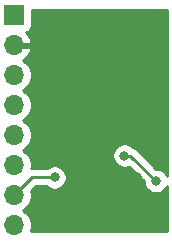
<source format=gbl>
G04 #@! TF.GenerationSoftware,KiCad,Pcbnew,(5.1.12)-1*
G04 #@! TF.CreationDate,2022-10-01T18:20:28+09:00*
G04 #@! TF.ProjectId,AT,41542e6b-6963-4616-945f-706362585858,rev?*
G04 #@! TF.SameCoordinates,PX6146580PY496ed40*
G04 #@! TF.FileFunction,Copper,L2,Bot*
G04 #@! TF.FilePolarity,Positive*
%FSLAX46Y46*%
G04 Gerber Fmt 4.6, Leading zero omitted, Abs format (unit mm)*
G04 Created by KiCad (PCBNEW (5.1.12)-1) date 2022-10-01 18:20:28*
%MOMM*%
%LPD*%
G01*
G04 APERTURE LIST*
G04 #@! TA.AperFunction,ComponentPad*
%ADD10O,1.700000X1.700000*%
G04 #@! TD*
G04 #@! TA.AperFunction,ComponentPad*
%ADD11R,1.700000X1.700000*%
G04 #@! TD*
G04 #@! TA.AperFunction,ViaPad*
%ADD12C,0.800000*%
G04 #@! TD*
G04 #@! TA.AperFunction,Conductor*
%ADD13C,0.250000*%
G04 #@! TD*
G04 #@! TA.AperFunction,Conductor*
%ADD14C,0.254000*%
G04 #@! TD*
G04 #@! TA.AperFunction,Conductor*
%ADD15C,0.100000*%
G04 #@! TD*
G04 APERTURE END LIST*
D10*
G04 #@! TO.P,J1,8*
G04 #@! TO.N,/INT*
X1400000Y-18880000D03*
G04 #@! TO.P,J1,7*
G04 #@! TO.N,/AD0*
X1400000Y-16340000D03*
G04 #@! TO.P,J1,6*
G04 #@! TO.N,/XCL*
X1400000Y-13800000D03*
G04 #@! TO.P,J1,5*
G04 #@! TO.N,/XDA*
X1400000Y-11260000D03*
G04 #@! TO.P,J1,4*
G04 #@! TO.N,/SDA*
X1400000Y-8720000D03*
G04 #@! TO.P,J1,3*
G04 #@! TO.N,/SCL*
X1400000Y-6180000D03*
G04 #@! TO.P,J1,2*
G04 #@! TO.N,GND*
X1400000Y-3640000D03*
D11*
G04 #@! TO.P,J1,1*
G04 #@! TO.N,+5V*
X1400000Y-1100000D03*
G04 #@! TD*
D12*
G04 #@! TO.N,GND*
X3920000Y-17580000D03*
X11820000Y-14790000D03*
X12420000Y-5100000D03*
X9350000Y-4110000D03*
X4550000Y-3170000D03*
X4910000Y-8910000D03*
G04 #@! TO.N,/INT*
X13390000Y-15130000D03*
X10730000Y-12980000D03*
G04 #@! TO.N,/AD0*
X4820000Y-14830000D03*
G04 #@! TD*
D13*
G04 #@! TO.N,/INT*
X13390000Y-15130000D02*
X11240000Y-12980000D01*
X11240000Y-12980000D02*
X10730000Y-12980000D01*
X10730000Y-12980000D02*
X10730000Y-12980000D01*
G04 #@! TO.N,/AD0*
X2910000Y-14830000D02*
X1400000Y-16340000D01*
X4820000Y-14830000D02*
X2910000Y-14830000D01*
G04 #@! TD*
D14*
G04 #@! TO.N,GND*
X14340000Y-14718918D02*
X14307205Y-14639744D01*
X14193937Y-14470226D01*
X14049774Y-14326063D01*
X13880256Y-14212795D01*
X13691898Y-14134774D01*
X13491939Y-14095000D01*
X13429802Y-14095000D01*
X11803804Y-12469003D01*
X11780001Y-12439999D01*
X11664276Y-12345026D01*
X11532247Y-12274454D01*
X11468971Y-12255260D01*
X11389774Y-12176063D01*
X11220256Y-12062795D01*
X11031898Y-11984774D01*
X10831939Y-11945000D01*
X10628061Y-11945000D01*
X10428102Y-11984774D01*
X10239744Y-12062795D01*
X10070226Y-12176063D01*
X9926063Y-12320226D01*
X9812795Y-12489744D01*
X9734774Y-12678102D01*
X9695000Y-12878061D01*
X9695000Y-13081939D01*
X9734774Y-13281898D01*
X9812795Y-13470256D01*
X9926063Y-13639774D01*
X10070226Y-13783937D01*
X10239744Y-13897205D01*
X10428102Y-13975226D01*
X10628061Y-14015000D01*
X10831939Y-14015000D01*
X11031898Y-13975226D01*
X11122780Y-13937581D01*
X12355000Y-15169802D01*
X12355000Y-15231939D01*
X12394774Y-15431898D01*
X12472795Y-15620256D01*
X12586063Y-15789774D01*
X12730226Y-15933937D01*
X12899744Y-16047205D01*
X13088102Y-16125226D01*
X13288061Y-16165000D01*
X13491939Y-16165000D01*
X13691898Y-16125226D01*
X13880256Y-16047205D01*
X14049774Y-15933937D01*
X14193937Y-15789774D01*
X14307205Y-15620256D01*
X14340000Y-15541082D01*
X14340000Y-19340000D01*
X2816814Y-19340000D01*
X2827932Y-19313158D01*
X2885000Y-19026260D01*
X2885000Y-18733740D01*
X2827932Y-18446842D01*
X2715990Y-18176589D01*
X2553475Y-17933368D01*
X2346632Y-17726525D01*
X2172240Y-17610000D01*
X2346632Y-17493475D01*
X2553475Y-17286632D01*
X2715990Y-17043411D01*
X2827932Y-16773158D01*
X2885000Y-16486260D01*
X2885000Y-16193740D01*
X2841210Y-15973593D01*
X3224803Y-15590000D01*
X4116289Y-15590000D01*
X4160226Y-15633937D01*
X4329744Y-15747205D01*
X4518102Y-15825226D01*
X4718061Y-15865000D01*
X4921939Y-15865000D01*
X5121898Y-15825226D01*
X5310256Y-15747205D01*
X5479774Y-15633937D01*
X5623937Y-15489774D01*
X5737205Y-15320256D01*
X5815226Y-15131898D01*
X5855000Y-14931939D01*
X5855000Y-14728061D01*
X5815226Y-14528102D01*
X5737205Y-14339744D01*
X5623937Y-14170226D01*
X5479774Y-14026063D01*
X5310256Y-13912795D01*
X5121898Y-13834774D01*
X4921939Y-13795000D01*
X4718061Y-13795000D01*
X4518102Y-13834774D01*
X4329744Y-13912795D01*
X4160226Y-14026063D01*
X4116289Y-14070000D01*
X2947322Y-14070000D01*
X2909999Y-14066324D01*
X2872676Y-14070000D01*
X2872667Y-14070000D01*
X2860141Y-14071234D01*
X2885000Y-13946260D01*
X2885000Y-13653740D01*
X2827932Y-13366842D01*
X2715990Y-13096589D01*
X2553475Y-12853368D01*
X2346632Y-12646525D01*
X2172240Y-12530000D01*
X2346632Y-12413475D01*
X2553475Y-12206632D01*
X2715990Y-11963411D01*
X2827932Y-11693158D01*
X2885000Y-11406260D01*
X2885000Y-11113740D01*
X2827932Y-10826842D01*
X2715990Y-10556589D01*
X2553475Y-10313368D01*
X2346632Y-10106525D01*
X2172240Y-9990000D01*
X2346632Y-9873475D01*
X2553475Y-9666632D01*
X2715990Y-9423411D01*
X2827932Y-9153158D01*
X2885000Y-8866260D01*
X2885000Y-8573740D01*
X2827932Y-8286842D01*
X2715990Y-8016589D01*
X2553475Y-7773368D01*
X2346632Y-7566525D01*
X2172240Y-7450000D01*
X2346632Y-7333475D01*
X2553475Y-7126632D01*
X2715990Y-6883411D01*
X2827932Y-6613158D01*
X2885000Y-6326260D01*
X2885000Y-6033740D01*
X2827932Y-5746842D01*
X2715990Y-5476589D01*
X2553475Y-5233368D01*
X2346632Y-5026525D01*
X2164466Y-4904805D01*
X2281355Y-4835178D01*
X2497588Y-4640269D01*
X2671641Y-4406920D01*
X2796825Y-4144099D01*
X2841476Y-3996890D01*
X2720155Y-3767000D01*
X1527000Y-3767000D01*
X1527000Y-3787000D01*
X1273000Y-3787000D01*
X1273000Y-3767000D01*
X1253000Y-3767000D01*
X1253000Y-3513000D01*
X1273000Y-3513000D01*
X1273000Y-3493000D01*
X1527000Y-3493000D01*
X1527000Y-3513000D01*
X2720155Y-3513000D01*
X2841476Y-3283110D01*
X2796825Y-3135901D01*
X2671641Y-2873080D01*
X2497588Y-2639731D01*
X2413534Y-2563966D01*
X2494180Y-2539502D01*
X2604494Y-2480537D01*
X2701185Y-2401185D01*
X2780537Y-2304494D01*
X2839502Y-2194180D01*
X2875812Y-2074482D01*
X2888072Y-1950000D01*
X2888072Y-660000D01*
X14340001Y-660000D01*
X14340000Y-14718918D01*
G04 #@! TA.AperFunction,Conductor*
D15*
G36*
X14340000Y-14718918D02*
G01*
X14307205Y-14639744D01*
X14193937Y-14470226D01*
X14049774Y-14326063D01*
X13880256Y-14212795D01*
X13691898Y-14134774D01*
X13491939Y-14095000D01*
X13429802Y-14095000D01*
X11803804Y-12469003D01*
X11780001Y-12439999D01*
X11664276Y-12345026D01*
X11532247Y-12274454D01*
X11468971Y-12255260D01*
X11389774Y-12176063D01*
X11220256Y-12062795D01*
X11031898Y-11984774D01*
X10831939Y-11945000D01*
X10628061Y-11945000D01*
X10428102Y-11984774D01*
X10239744Y-12062795D01*
X10070226Y-12176063D01*
X9926063Y-12320226D01*
X9812795Y-12489744D01*
X9734774Y-12678102D01*
X9695000Y-12878061D01*
X9695000Y-13081939D01*
X9734774Y-13281898D01*
X9812795Y-13470256D01*
X9926063Y-13639774D01*
X10070226Y-13783937D01*
X10239744Y-13897205D01*
X10428102Y-13975226D01*
X10628061Y-14015000D01*
X10831939Y-14015000D01*
X11031898Y-13975226D01*
X11122780Y-13937581D01*
X12355000Y-15169802D01*
X12355000Y-15231939D01*
X12394774Y-15431898D01*
X12472795Y-15620256D01*
X12586063Y-15789774D01*
X12730226Y-15933937D01*
X12899744Y-16047205D01*
X13088102Y-16125226D01*
X13288061Y-16165000D01*
X13491939Y-16165000D01*
X13691898Y-16125226D01*
X13880256Y-16047205D01*
X14049774Y-15933937D01*
X14193937Y-15789774D01*
X14307205Y-15620256D01*
X14340000Y-15541082D01*
X14340000Y-19340000D01*
X2816814Y-19340000D01*
X2827932Y-19313158D01*
X2885000Y-19026260D01*
X2885000Y-18733740D01*
X2827932Y-18446842D01*
X2715990Y-18176589D01*
X2553475Y-17933368D01*
X2346632Y-17726525D01*
X2172240Y-17610000D01*
X2346632Y-17493475D01*
X2553475Y-17286632D01*
X2715990Y-17043411D01*
X2827932Y-16773158D01*
X2885000Y-16486260D01*
X2885000Y-16193740D01*
X2841210Y-15973593D01*
X3224803Y-15590000D01*
X4116289Y-15590000D01*
X4160226Y-15633937D01*
X4329744Y-15747205D01*
X4518102Y-15825226D01*
X4718061Y-15865000D01*
X4921939Y-15865000D01*
X5121898Y-15825226D01*
X5310256Y-15747205D01*
X5479774Y-15633937D01*
X5623937Y-15489774D01*
X5737205Y-15320256D01*
X5815226Y-15131898D01*
X5855000Y-14931939D01*
X5855000Y-14728061D01*
X5815226Y-14528102D01*
X5737205Y-14339744D01*
X5623937Y-14170226D01*
X5479774Y-14026063D01*
X5310256Y-13912795D01*
X5121898Y-13834774D01*
X4921939Y-13795000D01*
X4718061Y-13795000D01*
X4518102Y-13834774D01*
X4329744Y-13912795D01*
X4160226Y-14026063D01*
X4116289Y-14070000D01*
X2947322Y-14070000D01*
X2909999Y-14066324D01*
X2872676Y-14070000D01*
X2872667Y-14070000D01*
X2860141Y-14071234D01*
X2885000Y-13946260D01*
X2885000Y-13653740D01*
X2827932Y-13366842D01*
X2715990Y-13096589D01*
X2553475Y-12853368D01*
X2346632Y-12646525D01*
X2172240Y-12530000D01*
X2346632Y-12413475D01*
X2553475Y-12206632D01*
X2715990Y-11963411D01*
X2827932Y-11693158D01*
X2885000Y-11406260D01*
X2885000Y-11113740D01*
X2827932Y-10826842D01*
X2715990Y-10556589D01*
X2553475Y-10313368D01*
X2346632Y-10106525D01*
X2172240Y-9990000D01*
X2346632Y-9873475D01*
X2553475Y-9666632D01*
X2715990Y-9423411D01*
X2827932Y-9153158D01*
X2885000Y-8866260D01*
X2885000Y-8573740D01*
X2827932Y-8286842D01*
X2715990Y-8016589D01*
X2553475Y-7773368D01*
X2346632Y-7566525D01*
X2172240Y-7450000D01*
X2346632Y-7333475D01*
X2553475Y-7126632D01*
X2715990Y-6883411D01*
X2827932Y-6613158D01*
X2885000Y-6326260D01*
X2885000Y-6033740D01*
X2827932Y-5746842D01*
X2715990Y-5476589D01*
X2553475Y-5233368D01*
X2346632Y-5026525D01*
X2164466Y-4904805D01*
X2281355Y-4835178D01*
X2497588Y-4640269D01*
X2671641Y-4406920D01*
X2796825Y-4144099D01*
X2841476Y-3996890D01*
X2720155Y-3767000D01*
X1527000Y-3767000D01*
X1527000Y-3787000D01*
X1273000Y-3787000D01*
X1273000Y-3767000D01*
X1253000Y-3767000D01*
X1253000Y-3513000D01*
X1273000Y-3513000D01*
X1273000Y-3493000D01*
X1527000Y-3493000D01*
X1527000Y-3513000D01*
X2720155Y-3513000D01*
X2841476Y-3283110D01*
X2796825Y-3135901D01*
X2671641Y-2873080D01*
X2497588Y-2639731D01*
X2413534Y-2563966D01*
X2494180Y-2539502D01*
X2604494Y-2480537D01*
X2701185Y-2401185D01*
X2780537Y-2304494D01*
X2839502Y-2194180D01*
X2875812Y-2074482D01*
X2888072Y-1950000D01*
X2888072Y-660000D01*
X14340001Y-660000D01*
X14340000Y-14718918D01*
G37*
G04 #@! TD.AperFunction*
G04 #@! TD*
M02*

</source>
